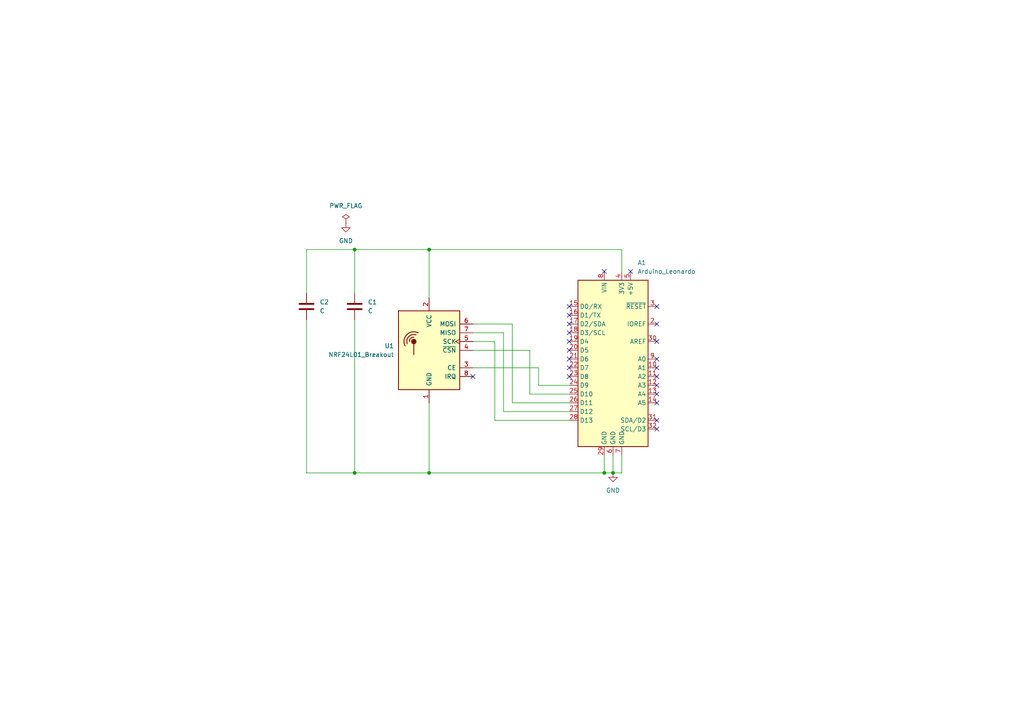
<source format=kicad_sch>
(kicad_sch (version 20211123) (generator eeschema)
  (paper "A4")
  (lib_symbols
    (symbol "Device:C" (pin_numbers hide) (pin_names (offset 0.254))
      (property "Reference" "C" (at 0.635 2.54 0))
      (property "Value" "C" (at 0.635 -2.54 0))
      (symbol "C_0_1"
        (polyline (pts (xy -2.032 -0.762) (xy 2.032 -0.762)) (stroke (width 0.508)))
        (polyline (pts (xy -2.032 0.762) (xy 2.032 0.762)) (stroke (width 0.508)))
      )
      (symbol "C_1_1"
        (pin passive line (at 0 3.81 270) (length 2.794) (name "~") (number "1"))
        (pin passive line (at 0 -3.81 90) (length 2.794) (name "~") (number "2"))
      )
    )
    (symbol "MCU_Module:Arduino_Leonardo"
      (property "Reference" "A" (at -10.16 23.495 0))
      (property "Value" "Arduino_Leonardo" (at 5.08 -26.67 0))
      (symbol "Arduino_Leonardo_0_1"
        (rectangle (start -10.16 22.86) (end 10.16 -25.4) (stroke (width 0.254)) (fill (type background)))
      )
      (symbol "Arduino_Leonardo_1_1"
        (pin no_connect line (at -10.16 -20.32 0) (length 2.54) hide (name "NC") (number "1"))
        (pin bidirectional line (at 12.7 -2.54 180) (length 2.54) (name "A1") (number "10"))
        (pin bidirectional line (at 12.7 -5.08 180) (length 2.54) (name "A2") (number "11"))
        (pin bidirectional line (at 12.7 -7.62 180) (length 2.54) (name "A3") (number "12"))
        (pin bidirectional line (at 12.7 -10.16 180) (length 2.54) (name "A4") (number "13"))
        (pin bidirectional line (at 12.7 -12.7 180) (length 2.54) (name "A5") (number "14"))
        (pin bidirectional line (at -12.7 15.24 0) (length 2.54) (name "D0/RX") (number "15"))
        (pin bidirectional line (at -12.7 12.7 0) (length 2.54) (name "D1/TX") (number "16"))
        (pin bidirectional line (at -12.7 10.16 0) (length 2.54) (name "D2/SDA") (number "17"))
        (pin bidirectional line (at -12.7 7.62 0) (length 2.54) (name "D3/SCL") (number "18"))
        (pin bidirectional line (at -12.7 5.08 0) (length 2.54) (name "D4") (number "19"))
        (pin output line (at 12.7 10.16 180) (length 2.54) (name "IOREF") (number "2"))
        (pin bidirectional line (at -12.7 2.54 0) (length 2.54) (name "D5") (number "20"))
        (pin bidirectional line (at -12.7 0 0) (length 2.54) (name "D6") (number "21"))
        (pin bidirectional line (at -12.7 -2.54 0) (length 2.54) (name "D7") (number "22"))
        (pin bidirectional line (at -12.7 -5.08 0) (length 2.54) (name "D8") (number "23"))
        (pin bidirectional line (at -12.7 -7.62 0) (length 2.54) (name "D9") (number "24"))
        (pin bidirectional line (at -12.7 -10.16 0) (length 2.54) (name "D10") (number "25"))
        (pin bidirectional line (at -12.7 -12.7 0) (length 2.54) (name "D11") (number "26"))
        (pin bidirectional line (at -12.7 -15.24 0) (length 2.54) (name "D12") (number "27"))
        (pin bidirectional line (at -12.7 -17.78 0) (length 2.54) (name "D13") (number "28"))
        (pin power_in line (at -2.54 -27.94 90) (length 2.54) (name "GND") (number "29"))
        (pin input line (at 12.7 15.24 180) (length 2.54) (name "~{RESET}") (number "3"))
        (pin input line (at 12.7 5.08 180) (length 2.54) (name "AREF") (number "30"))
        (pin bidirectional line (at 12.7 -17.78 180) (length 2.54) (name "SDA/D2") (number "31"))
        (pin bidirectional line (at 12.7 -20.32 180) (length 2.54) (name "SCL/D3") (number "32"))
        (pin power_out line (at 2.54 25.4 270) (length 2.54) (name "3V3") (number "4"))
        (pin power_out line (at 5.08 25.4 270) (length 2.54) (name "+5V") (number "5"))
        (pin power_in line (at 0 -27.94 90) (length 2.54) (name "GND") (number "6"))
        (pin power_in line (at 2.54 -27.94 90) (length 2.54) (name "GND") (number "7"))
        (pin power_in line (at -2.54 25.4 270) (length 2.54) (name "VIN") (number "8"))
        (pin bidirectional line (at 12.7 0 180) (length 2.54) (name "A0") (number "9"))
      )
    )
    (symbol "RF:NRF24L01_Breakout" (pin_names (offset 1.016))
      (property "Reference" "U" (at -8.89 12.7 0))
      (property "Value" "NRF24L01_Breakout" (at 3.81 12.7 0))
      (symbol "NRF24L01_Breakout_0_1"
        (rectangle (start -8.89 11.43) (end 8.89 -11.43) (stroke (width 0.254)) (fill (type background)))
        (polyline (pts (xy 4.445 1.905) (xy 4.445 -1.27)) (stroke (width 0.254)))
        (circle (center 4.445 2.54) (radius 0.635) (stroke (width 0.254)) (fill (type outline)))
        (arc (start 5.715 2.54) (mid 5.3521 3.4546) (end 4.445 3.81) (stroke (width 0.254)))
        (arc (start 6.35 1.905) (mid 5.8763 3.9854) (end 3.81 4.445) (stroke (width 0.254)))
        (arc (start 6.985 1.27) (mid 6.453 4.548) (end 3.175 5.08) (stroke (width 0.254)))
      )
      (symbol "NRF24L01_Breakout_1_1"
        (pin power_in line (at 0 -15.24 90) (length 3.81) (name "GND") (number "1"))
        (pin power_in line (at 0 15.24 270) (length 3.81) (name "VCC") (number "2"))
        (pin input line (at -12.7 -5.08 0) (length 3.81) (name "CE") (number "3"))
        (pin input line (at -12.7 0 0) (length 3.81) (name "~{CSN}") (number "4"))
        (pin input clock (at -12.7 2.54 0) (length 3.81) (name "SCK") (number "5"))
        (pin input line (at -12.7 7.62 0) (length 3.81) (name "MOSI") (number "6"))
        (pin output line (at -12.7 5.08 0) (length 3.81) (name "MISO") (number "7"))
        (pin output line (at -12.7 -7.62 0) (length 3.81) (name "IRQ") (number "8"))
      )
    )
    (symbol "power:GND" (power) (pin_names (offset 0))
      (property "Value" "GND" (at 0 -3.81 0))
      (symbol "GND_0_1"
        (polyline (pts (xy 0 0) (xy 0 -1.27) (xy 1.27 -1.27) (xy 0 -2.54) (xy -1.27 -1.27) (xy 0 -1.27)))
      )
      (symbol "GND_1_1"
        (pin power_in line (at 0 0 270) (length 0) hide (name "GND") (number "1"))
      )
    )
    (symbol "power:PWR_FLAG" (power) (pin_numbers hide) (pin_names (offset 0) hide)
      (property "Value" "PWR_FLAG" (at 0 3.81 0))
      (symbol "PWR_FLAG_0_0"
        (pin power_out line (at 0 0 90) (length 0) (name "pwr") (number "1"))
      )
      (symbol "PWR_FLAG_0_1"
        (polyline (pts (xy 0 0) (xy 0 1.27) (xy -1.016 1.905) (xy 0 2.54) (xy 1.016 1.905) (xy 0 1.27)))
      )
    )
  )
  (junction (at 175.26 137.16))
  (junction (at 102.87 137.16))
  (junction (at 177.8 137.16))
  (junction (at 124.46 137.16))
  (junction (at 102.87 72.39))
  (junction (at 124.46 72.39))
  (no_connect (at 182.88 78.74))
  (no_connect (at 190.5 109.22))
  (no_connect (at 190.5 104.14))
  (no_connect (at 190.5 116.84))
  (no_connect (at 190.5 88.9))
  (no_connect (at 165.1 104.14))
  (no_connect (at 190.5 106.68))
  (no_connect (at 165.1 99.06))
  (no_connect (at 165.1 93.98))
  (no_connect (at 165.1 109.22))
  (no_connect (at 190.5 93.98))
  (no_connect (at 190.5 111.76))
  (no_connect (at 165.1 91.44))
  (no_connect (at 190.5 99.06))
  (no_connect (at 165.1 106.68))
  (no_connect (at 165.1 88.9))
  (no_connect (at 165.1 101.6))
  (no_connect (at 137.16 109.22))
  (no_connect (at 175.26 78.74))
  (no_connect (at 190.5 121.92))
  (no_connect (at 165.1 96.52))
  (no_connect (at 190.5 114.3))
  (no_connect (at 190.5 124.46))
  (wire (pts (xy 124.46 72.39) (xy 102.87 72.39)))
  (wire (pts (xy 137.16 96.52) (xy 146.05 96.52)))
  (wire (pts (xy 124.46 137.16) (xy 175.26 137.16)))
  (wire (pts (xy 137.16 99.06) (xy 143.51 99.06)))
  (wire (pts (xy 102.87 72.39) (xy 88.9 72.39)))
  (wire (pts (xy 88.9 72.39) (xy 88.9 85.09)))
  (wire (pts (xy 124.46 116.84) (xy 124.46 137.16)))
  (wire (pts (xy 88.9 137.16) (xy 102.87 137.16)))
  (wire (pts (xy 124.46 72.39) (xy 180.34 72.39)))
  (wire (pts (xy 175.26 137.16) (xy 177.8 137.16)))
  (wire (pts (xy 137.16 101.6) (xy 153.67 101.6)))
  (wire (pts (xy 175.26 132.08) (xy 175.26 137.16)))
  (wire (pts (xy 180.34 72.39) (xy 180.34 78.74)))
  (wire (pts (xy 153.67 114.3) (xy 165.1 114.3)))
  (wire (pts (xy 137.16 106.68) (xy 156.21 106.68)))
  (wire (pts (xy 143.51 121.92) (xy 165.1 121.92)))
  (wire (pts (xy 148.59 116.84) (xy 165.1 116.84)))
  (wire (pts (xy 180.34 132.08) (xy 180.34 137.16)))
  (wire (pts (xy 102.87 92.71) (xy 102.87 137.16)))
  (wire (pts (xy 124.46 86.36) (xy 124.46 72.39)))
  (wire (pts (xy 88.9 92.71) (xy 88.9 137.16)))
  (wire (pts (xy 153.67 101.6) (xy 153.67 114.3)))
  (wire (pts (xy 177.8 137.16) (xy 177.8 132.08)))
  (wire (pts (xy 156.21 106.68) (xy 156.21 111.76)))
  (wire (pts (xy 156.21 111.76) (xy 165.1 111.76)))
  (wire (pts (xy 148.59 93.98) (xy 148.59 116.84)))
  (wire (pts (xy 180.34 137.16) (xy 177.8 137.16)))
  (wire (pts (xy 102.87 72.39) (xy 102.87 85.09)))
  (wire (pts (xy 143.51 99.06) (xy 143.51 121.92)))
  (wire (pts (xy 137.16 93.98) (xy 148.59 93.98)))
  (wire (pts (xy 146.05 119.38) (xy 165.1 119.38)))
  (wire (pts (xy 102.87 137.16) (xy 124.46 137.16)))
  (wire (pts (xy 146.05 96.52) (xy 146.05 119.38)))
  (symbol (lib_id "power:PWR_FLAG") (at 100.33 64.77 0) (unit 1)
    (property "Reference" "#FLG01" (effects hide))
    (property "Value" "PWR_FLAG" (at 100.33 59.69 0))
  )
  (symbol (lib_id "Device:C") (at 102.87 88.9 0) (unit 1)
    (property "Reference" "C1" (at 106.68 87.6299 0) (effects (justify left)))
    (property "Value" "C" (at 106.68 90.1699 0) (effects (justify left)))
    (property "Footprint" "Capacitor_THT:CP_Radial_Tantal_D4.5mm_P2.50mm" (effects hide))
  )
  (symbol (lib_id "power:GND") (at 100.33 64.77 0) (unit 1)
    (property "Reference" "#PWR01" (effects hide))
    (property "Value" "GND" (at 100.33 69.85 0))
  )
  (symbol (lib_id "RF:NRF24L01_Breakout") (at 124.46 101.6 0) (mirror y) (unit 1)
    (property "Reference" "U1" (at 114.3 100.3299 0) (effects (justify left)))
    (property "Value" "NRF24L01_Breakout" (at 114.3 102.8699 0) (effects (justify left)))
    (property "Footprint" "RF_Module:nRF24L01_Breakout" (effects hide))
    (property "Datasheet" "http://www.nordicsemi.com/eng/content/download/2730/34105/file/nRF24L01_Product_Specification_v2_0.pdf" (effects hide))
  )
  (symbol (lib_id "power:GND") (at 177.8 137.16 0) (unit 1)
    (property "Reference" "#PWR02" (effects hide))
    (property "Value" "GND" (at 177.8 142.24 0))
  )
  (symbol (lib_id "MCU_Module:Arduino_Leonardo") (at 177.8 104.14 0) (unit 1)
    (property "Reference" "A1" (at 184.8994 76.2 0) (effects (justify left)))
    (property "Value" "Arduino_Leonardo" (at 184.8994 78.74 0) (effects (justify left)))
    (property "Footprint" "Module:Arduino_UNO_R3" (effects hide))
    (property "Datasheet" "https://www.arduino.cc/en/Main/ArduinoBoardLeonardo" (effects hide))
  )
  (symbol (lib_id "Device:C") (at 88.9 88.9 0) (unit 1)
    (property "Reference" "C2" (at 92.71 87.6299 0) (effects (justify left)))
    (property "Value" "C" (at 92.71 90.1699 0) (effects (justify left)))
    (property "Footprint" "Capacitor_THT:CP_Radial_D8.0mm_P5.00mm" (effects hide))
  )
)
</source>
